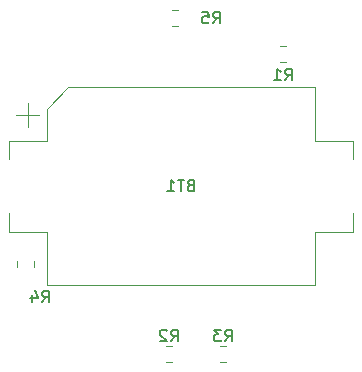
<source format=gbr>
G04 #@! TF.GenerationSoftware,KiCad,Pcbnew,(5.1.4)-1*
G04 #@! TF.CreationDate,2020-01-31T15:03:28+00:00*
G04 #@! TF.ProjectId,KeepCalm,4b656570-4361-46c6-9d2e-6b696361645f,rev?*
G04 #@! TF.SameCoordinates,Original*
G04 #@! TF.FileFunction,Legend,Bot*
G04 #@! TF.FilePolarity,Positive*
%FSLAX46Y46*%
G04 Gerber Fmt 4.6, Leading zero omitted, Abs format (unit mm)*
G04 Created by KiCad (PCBNEW (5.1.4)-1) date 2020-01-31 15:03:28*
%MOMM*%
%LPD*%
G04 APERTURE LIST*
%ADD10C,0.120000*%
%ADD11C,0.150000*%
G04 APERTURE END LIST*
D10*
G04 #@! TO.C,BT1*
X163750000Y-85050000D02*
X166950000Y-85050000D01*
X166950000Y-85050000D02*
X166950000Y-86600000D01*
X163750000Y-80550000D02*
X163750000Y-85050000D01*
X163750000Y-80550000D02*
X142850000Y-80550000D01*
X141050000Y-82350000D02*
X141050000Y-85050000D01*
X142850000Y-80550000D02*
X141050000Y-82350000D01*
X141050000Y-85050000D02*
X137850000Y-85050000D01*
X137850000Y-85050000D02*
X137850000Y-86600000D01*
X141050000Y-92750000D02*
X137850000Y-92750000D01*
X137850000Y-92750000D02*
X137850000Y-91200000D01*
X163750000Y-92750000D02*
X166950000Y-92750000D01*
X166950000Y-92750000D02*
X166950000Y-91200000D01*
X141050000Y-97250000D02*
X163750000Y-97250000D01*
X141050000Y-97250000D02*
X141050000Y-92750000D01*
X163750000Y-97250000D02*
X163750000Y-92750000D01*
X139400000Y-83900000D02*
X139400000Y-81900000D01*
X140400000Y-82900000D02*
X138400000Y-82900000D01*
G04 #@! TO.C,R1*
X161297252Y-77014000D02*
X160774748Y-77014000D01*
X161297252Y-78434000D02*
X160774748Y-78434000D01*
G04 #@! TO.C,R2*
X151645252Y-103834000D02*
X151122748Y-103834000D01*
X151645252Y-102414000D02*
X151122748Y-102414000D01*
G04 #@! TO.C,R3*
X155694748Y-103834000D02*
X156217252Y-103834000D01*
X155694748Y-102414000D02*
X156217252Y-102414000D01*
G04 #@! TO.C,R4*
X139902000Y-95242748D02*
X139902000Y-95765252D01*
X138482000Y-95242748D02*
X138482000Y-95765252D01*
G04 #@! TO.C,R5*
X151630748Y-75386000D02*
X152153252Y-75386000D01*
X151630748Y-73966000D02*
X152153252Y-73966000D01*
G04 #@! TO.C,BT1*
D11*
X153185714Y-88828571D02*
X153042857Y-88876190D01*
X152995238Y-88923809D01*
X152947619Y-89019047D01*
X152947619Y-89161904D01*
X152995238Y-89257142D01*
X153042857Y-89304761D01*
X153138095Y-89352380D01*
X153519047Y-89352380D01*
X153519047Y-88352380D01*
X153185714Y-88352380D01*
X153090476Y-88400000D01*
X153042857Y-88447619D01*
X152995238Y-88542857D01*
X152995238Y-88638095D01*
X153042857Y-88733333D01*
X153090476Y-88780952D01*
X153185714Y-88828571D01*
X153519047Y-88828571D01*
X152661904Y-88352380D02*
X152090476Y-88352380D01*
X152376190Y-89352380D02*
X152376190Y-88352380D01*
X151233333Y-89352380D02*
X151804761Y-89352380D01*
X151519047Y-89352380D02*
X151519047Y-88352380D01*
X151614285Y-88495238D01*
X151709523Y-88590476D01*
X151804761Y-88638095D01*
G04 #@! TO.C,R1*
X161202666Y-79954380D02*
X161536000Y-79478190D01*
X161774095Y-79954380D02*
X161774095Y-78954380D01*
X161393142Y-78954380D01*
X161297904Y-79002000D01*
X161250285Y-79049619D01*
X161202666Y-79144857D01*
X161202666Y-79287714D01*
X161250285Y-79382952D01*
X161297904Y-79430571D01*
X161393142Y-79478190D01*
X161774095Y-79478190D01*
X160250285Y-79954380D02*
X160821714Y-79954380D01*
X160536000Y-79954380D02*
X160536000Y-78954380D01*
X160631238Y-79097238D01*
X160726476Y-79192476D01*
X160821714Y-79240095D01*
G04 #@! TO.C,R2*
X151550666Y-102052380D02*
X151884000Y-101576190D01*
X152122095Y-102052380D02*
X152122095Y-101052380D01*
X151741142Y-101052380D01*
X151645904Y-101100000D01*
X151598285Y-101147619D01*
X151550666Y-101242857D01*
X151550666Y-101385714D01*
X151598285Y-101480952D01*
X151645904Y-101528571D01*
X151741142Y-101576190D01*
X152122095Y-101576190D01*
X151169714Y-101147619D02*
X151122095Y-101100000D01*
X151026857Y-101052380D01*
X150788761Y-101052380D01*
X150693523Y-101100000D01*
X150645904Y-101147619D01*
X150598285Y-101242857D01*
X150598285Y-101338095D01*
X150645904Y-101480952D01*
X151217333Y-102052380D01*
X150598285Y-102052380D01*
G04 #@! TO.C,R3*
X156122666Y-102052380D02*
X156456000Y-101576190D01*
X156694095Y-102052380D02*
X156694095Y-101052380D01*
X156313142Y-101052380D01*
X156217904Y-101100000D01*
X156170285Y-101147619D01*
X156122666Y-101242857D01*
X156122666Y-101385714D01*
X156170285Y-101480952D01*
X156217904Y-101528571D01*
X156313142Y-101576190D01*
X156694095Y-101576190D01*
X155789333Y-101052380D02*
X155170285Y-101052380D01*
X155503619Y-101433333D01*
X155360761Y-101433333D01*
X155265523Y-101480952D01*
X155217904Y-101528571D01*
X155170285Y-101623809D01*
X155170285Y-101861904D01*
X155217904Y-101957142D01*
X155265523Y-102004761D01*
X155360761Y-102052380D01*
X155646476Y-102052380D01*
X155741714Y-102004761D01*
X155789333Y-101957142D01*
G04 #@! TO.C,R4*
X140628666Y-98750380D02*
X140962000Y-98274190D01*
X141200095Y-98750380D02*
X141200095Y-97750380D01*
X140819142Y-97750380D01*
X140723904Y-97798000D01*
X140676285Y-97845619D01*
X140628666Y-97940857D01*
X140628666Y-98083714D01*
X140676285Y-98178952D01*
X140723904Y-98226571D01*
X140819142Y-98274190D01*
X141200095Y-98274190D01*
X139771523Y-98083714D02*
X139771523Y-98750380D01*
X140009619Y-97702761D02*
X140247714Y-98417047D01*
X139628666Y-98417047D01*
G04 #@! TO.C,R5*
X155106666Y-75128380D02*
X155440000Y-74652190D01*
X155678095Y-75128380D02*
X155678095Y-74128380D01*
X155297142Y-74128380D01*
X155201904Y-74176000D01*
X155154285Y-74223619D01*
X155106666Y-74318857D01*
X155106666Y-74461714D01*
X155154285Y-74556952D01*
X155201904Y-74604571D01*
X155297142Y-74652190D01*
X155678095Y-74652190D01*
X154201904Y-74128380D02*
X154678095Y-74128380D01*
X154725714Y-74604571D01*
X154678095Y-74556952D01*
X154582857Y-74509333D01*
X154344761Y-74509333D01*
X154249523Y-74556952D01*
X154201904Y-74604571D01*
X154154285Y-74699809D01*
X154154285Y-74937904D01*
X154201904Y-75033142D01*
X154249523Y-75080761D01*
X154344761Y-75128380D01*
X154582857Y-75128380D01*
X154678095Y-75080761D01*
X154725714Y-75033142D01*
G04 #@! TD*
M02*

</source>
